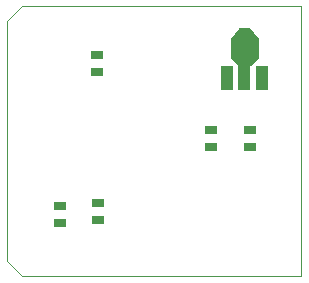
<source format=gtp>
G75*
%MOIN*%
%OFA0B0*%
%FSLAX25Y25*%
%IPPOS*%
%LPD*%
%AMOC8*
5,1,8,0,0,1.08239X$1,22.5*
%
%ADD10C,0.00000*%
%ADD11R,0.03937X0.03150*%
%ADD12R,0.03937X0.08268*%
%ADD13C,0.00039*%
D10*
X0027595Y0028433D02*
X0027595Y0108433D01*
X0032595Y0113433D01*
X0125595Y0113433D01*
X0125595Y0023433D01*
X0032595Y0023433D01*
X0027595Y0028433D01*
D11*
X0045085Y0041079D03*
X0045085Y0046787D03*
X0057965Y0047737D03*
X0057965Y0042029D03*
X0095595Y0066579D03*
X0095595Y0072287D03*
X0108595Y0072287D03*
X0108595Y0066579D03*
X0057595Y0091579D03*
X0057595Y0097287D03*
D12*
X0100690Y0089559D03*
X0106595Y0089559D03*
X0112501Y0089559D03*
D13*
X0108564Y0093693D02*
X0104627Y0093693D01*
X0102068Y0096449D01*
X0102068Y0102551D01*
X0105020Y0106094D01*
X0108170Y0106094D01*
X0111123Y0102551D01*
X0111123Y0096449D01*
X0108564Y0093693D01*
X0108573Y0093703D02*
X0104617Y0093703D01*
X0104582Y0093741D02*
X0108608Y0093741D01*
X0108643Y0093779D02*
X0104547Y0093779D01*
X0104512Y0093817D02*
X0108679Y0093817D01*
X0108714Y0093855D02*
X0104477Y0093855D01*
X0104441Y0093892D02*
X0108749Y0093892D01*
X0108784Y0093930D02*
X0104406Y0093930D01*
X0104371Y0093968D02*
X0108819Y0093968D01*
X0108854Y0094006D02*
X0104336Y0094006D01*
X0104301Y0094044D02*
X0108890Y0094044D01*
X0108925Y0094082D02*
X0104265Y0094082D01*
X0104230Y0094120D02*
X0108960Y0094120D01*
X0108995Y0094158D02*
X0104195Y0094158D01*
X0104160Y0094196D02*
X0109030Y0094196D01*
X0109066Y0094233D02*
X0104125Y0094233D01*
X0104090Y0094271D02*
X0109101Y0094271D01*
X0109136Y0094309D02*
X0104054Y0094309D01*
X0104019Y0094347D02*
X0109171Y0094347D01*
X0109206Y0094385D02*
X0103984Y0094385D01*
X0103949Y0094423D02*
X0109241Y0094423D01*
X0109277Y0094461D02*
X0103914Y0094461D01*
X0103879Y0094499D02*
X0109312Y0094499D01*
X0109347Y0094536D02*
X0103843Y0094536D01*
X0103808Y0094574D02*
X0109382Y0094574D01*
X0109417Y0094612D02*
X0103773Y0094612D01*
X0103738Y0094650D02*
X0109452Y0094650D01*
X0109488Y0094688D02*
X0103703Y0094688D01*
X0103667Y0094726D02*
X0109523Y0094726D01*
X0109558Y0094764D02*
X0103632Y0094764D01*
X0103597Y0094802D02*
X0109593Y0094802D01*
X0109628Y0094840D02*
X0103562Y0094840D01*
X0103527Y0094877D02*
X0109664Y0094877D01*
X0109699Y0094915D02*
X0103492Y0094915D01*
X0103456Y0094953D02*
X0109734Y0094953D01*
X0109769Y0094991D02*
X0103421Y0094991D01*
X0103386Y0095029D02*
X0109804Y0095029D01*
X0109839Y0095067D02*
X0103351Y0095067D01*
X0103316Y0095105D02*
X0109875Y0095105D01*
X0109910Y0095143D02*
X0103281Y0095143D01*
X0103245Y0095180D02*
X0109945Y0095180D01*
X0109980Y0095218D02*
X0103210Y0095218D01*
X0103175Y0095256D02*
X0110015Y0095256D01*
X0110050Y0095294D02*
X0103140Y0095294D01*
X0103105Y0095332D02*
X0110086Y0095332D01*
X0110121Y0095370D02*
X0103069Y0095370D01*
X0103034Y0095408D02*
X0110156Y0095408D01*
X0110191Y0095446D02*
X0102999Y0095446D01*
X0102964Y0095483D02*
X0110226Y0095483D01*
X0110262Y0095521D02*
X0102929Y0095521D01*
X0102894Y0095559D02*
X0110297Y0095559D01*
X0110332Y0095597D02*
X0102858Y0095597D01*
X0102823Y0095635D02*
X0110367Y0095635D01*
X0110402Y0095673D02*
X0102788Y0095673D01*
X0102753Y0095711D02*
X0110437Y0095711D01*
X0110473Y0095749D02*
X0102718Y0095749D01*
X0102683Y0095787D02*
X0110508Y0095787D01*
X0110543Y0095824D02*
X0102647Y0095824D01*
X0102612Y0095862D02*
X0110578Y0095862D01*
X0110613Y0095900D02*
X0102577Y0095900D01*
X0102542Y0095938D02*
X0110648Y0095938D01*
X0110684Y0095976D02*
X0102507Y0095976D01*
X0102472Y0096014D02*
X0110719Y0096014D01*
X0110754Y0096052D02*
X0102436Y0096052D01*
X0102401Y0096090D02*
X0110789Y0096090D01*
X0110824Y0096127D02*
X0102366Y0096127D01*
X0102331Y0096165D02*
X0110859Y0096165D01*
X0110895Y0096203D02*
X0102296Y0096203D01*
X0102260Y0096241D02*
X0110930Y0096241D01*
X0110965Y0096279D02*
X0102225Y0096279D01*
X0102190Y0096317D02*
X0111000Y0096317D01*
X0111035Y0096355D02*
X0102155Y0096355D01*
X0102120Y0096393D02*
X0111071Y0096393D01*
X0111106Y0096431D02*
X0102085Y0096431D01*
X0102068Y0096468D02*
X0111123Y0096468D01*
X0111123Y0096506D02*
X0102068Y0096506D01*
X0102068Y0096544D02*
X0111123Y0096544D01*
X0111123Y0096582D02*
X0102068Y0096582D01*
X0102068Y0096620D02*
X0111123Y0096620D01*
X0111123Y0096658D02*
X0102068Y0096658D01*
X0102068Y0096696D02*
X0111123Y0096696D01*
X0111123Y0096734D02*
X0102068Y0096734D01*
X0102068Y0096771D02*
X0111123Y0096771D01*
X0111123Y0096809D02*
X0102068Y0096809D01*
X0102068Y0096847D02*
X0111123Y0096847D01*
X0111123Y0096885D02*
X0102068Y0096885D01*
X0102068Y0096923D02*
X0111123Y0096923D01*
X0111123Y0096961D02*
X0102068Y0096961D01*
X0102068Y0096999D02*
X0111123Y0096999D01*
X0111123Y0097037D02*
X0102068Y0097037D01*
X0102068Y0097075D02*
X0111123Y0097075D01*
X0111123Y0097112D02*
X0102068Y0097112D01*
X0102068Y0097150D02*
X0111123Y0097150D01*
X0111123Y0097188D02*
X0102068Y0097188D01*
X0102068Y0097226D02*
X0111123Y0097226D01*
X0111123Y0097264D02*
X0102068Y0097264D01*
X0102068Y0097302D02*
X0111123Y0097302D01*
X0111123Y0097340D02*
X0102068Y0097340D01*
X0102068Y0097378D02*
X0111123Y0097378D01*
X0111123Y0097415D02*
X0102068Y0097415D01*
X0102068Y0097453D02*
X0111123Y0097453D01*
X0111123Y0097491D02*
X0102068Y0097491D01*
X0102068Y0097529D02*
X0111123Y0097529D01*
X0111123Y0097567D02*
X0102068Y0097567D01*
X0102068Y0097605D02*
X0111123Y0097605D01*
X0111123Y0097643D02*
X0102068Y0097643D01*
X0102068Y0097681D02*
X0111123Y0097681D01*
X0111123Y0097718D02*
X0102068Y0097718D01*
X0102068Y0097756D02*
X0111123Y0097756D01*
X0111123Y0097794D02*
X0102068Y0097794D01*
X0102068Y0097832D02*
X0111123Y0097832D01*
X0111123Y0097870D02*
X0102068Y0097870D01*
X0102068Y0097908D02*
X0111123Y0097908D01*
X0111123Y0097946D02*
X0102068Y0097946D01*
X0102068Y0097984D02*
X0111123Y0097984D01*
X0111123Y0098022D02*
X0102068Y0098022D01*
X0102068Y0098059D02*
X0111123Y0098059D01*
X0111123Y0098097D02*
X0102068Y0098097D01*
X0102068Y0098135D02*
X0111123Y0098135D01*
X0111123Y0098173D02*
X0102068Y0098173D01*
X0102068Y0098211D02*
X0111123Y0098211D01*
X0111123Y0098249D02*
X0102068Y0098249D01*
X0102068Y0098287D02*
X0111123Y0098287D01*
X0111123Y0098325D02*
X0102068Y0098325D01*
X0102068Y0098362D02*
X0111123Y0098362D01*
X0111123Y0098400D02*
X0102068Y0098400D01*
X0102068Y0098438D02*
X0111123Y0098438D01*
X0111123Y0098476D02*
X0102068Y0098476D01*
X0102068Y0098514D02*
X0111123Y0098514D01*
X0111123Y0098552D02*
X0102068Y0098552D01*
X0102068Y0098590D02*
X0111123Y0098590D01*
X0111123Y0098628D02*
X0102068Y0098628D01*
X0102068Y0098666D02*
X0111123Y0098666D01*
X0111123Y0098703D02*
X0102068Y0098703D01*
X0102068Y0098741D02*
X0111123Y0098741D01*
X0111123Y0098779D02*
X0102068Y0098779D01*
X0102068Y0098817D02*
X0111123Y0098817D01*
X0111123Y0098855D02*
X0102068Y0098855D01*
X0102068Y0098893D02*
X0111123Y0098893D01*
X0111123Y0098931D02*
X0102068Y0098931D01*
X0102068Y0098969D02*
X0111123Y0098969D01*
X0111123Y0099006D02*
X0102068Y0099006D01*
X0102068Y0099044D02*
X0111123Y0099044D01*
X0111123Y0099082D02*
X0102068Y0099082D01*
X0102068Y0099120D02*
X0111123Y0099120D01*
X0111123Y0099158D02*
X0102068Y0099158D01*
X0102068Y0099196D02*
X0111123Y0099196D01*
X0111123Y0099234D02*
X0102068Y0099234D01*
X0102068Y0099272D02*
X0111123Y0099272D01*
X0111123Y0099310D02*
X0102068Y0099310D01*
X0102068Y0099347D02*
X0111123Y0099347D01*
X0111123Y0099385D02*
X0102068Y0099385D01*
X0102068Y0099423D02*
X0111123Y0099423D01*
X0111123Y0099461D02*
X0102068Y0099461D01*
X0102068Y0099499D02*
X0111123Y0099499D01*
X0111123Y0099537D02*
X0102068Y0099537D01*
X0102068Y0099575D02*
X0111123Y0099575D01*
X0111123Y0099613D02*
X0102068Y0099613D01*
X0102068Y0099650D02*
X0111123Y0099650D01*
X0111123Y0099688D02*
X0102068Y0099688D01*
X0102068Y0099726D02*
X0111123Y0099726D01*
X0111123Y0099764D02*
X0102068Y0099764D01*
X0102068Y0099802D02*
X0111123Y0099802D01*
X0111123Y0099840D02*
X0102068Y0099840D01*
X0102068Y0099878D02*
X0111123Y0099878D01*
X0111123Y0099916D02*
X0102068Y0099916D01*
X0102068Y0099953D02*
X0111123Y0099953D01*
X0111123Y0099991D02*
X0102068Y0099991D01*
X0102068Y0100029D02*
X0111123Y0100029D01*
X0111123Y0100067D02*
X0102068Y0100067D01*
X0102068Y0100105D02*
X0111123Y0100105D01*
X0111123Y0100143D02*
X0102068Y0100143D01*
X0102068Y0100181D02*
X0111123Y0100181D01*
X0111123Y0100219D02*
X0102068Y0100219D01*
X0102068Y0100257D02*
X0111123Y0100257D01*
X0111123Y0100294D02*
X0102068Y0100294D01*
X0102068Y0100332D02*
X0111123Y0100332D01*
X0111123Y0100370D02*
X0102068Y0100370D01*
X0102068Y0100408D02*
X0111123Y0100408D01*
X0111123Y0100446D02*
X0102068Y0100446D01*
X0102068Y0100484D02*
X0111123Y0100484D01*
X0111123Y0100522D02*
X0102068Y0100522D01*
X0102068Y0100560D02*
X0111123Y0100560D01*
X0111123Y0100597D02*
X0102068Y0100597D01*
X0102068Y0100635D02*
X0111123Y0100635D01*
X0111123Y0100673D02*
X0102068Y0100673D01*
X0102068Y0100711D02*
X0111123Y0100711D01*
X0111123Y0100749D02*
X0102068Y0100749D01*
X0102068Y0100787D02*
X0111123Y0100787D01*
X0111123Y0100825D02*
X0102068Y0100825D01*
X0102068Y0100863D02*
X0111123Y0100863D01*
X0111123Y0100901D02*
X0102068Y0100901D01*
X0102068Y0100938D02*
X0111123Y0100938D01*
X0111123Y0100976D02*
X0102068Y0100976D01*
X0102068Y0101014D02*
X0111123Y0101014D01*
X0111123Y0101052D02*
X0102068Y0101052D01*
X0102068Y0101090D02*
X0111123Y0101090D01*
X0111123Y0101128D02*
X0102068Y0101128D01*
X0102068Y0101166D02*
X0111123Y0101166D01*
X0111123Y0101204D02*
X0102068Y0101204D01*
X0102068Y0101241D02*
X0111123Y0101241D01*
X0111123Y0101279D02*
X0102068Y0101279D01*
X0102068Y0101317D02*
X0111123Y0101317D01*
X0111123Y0101355D02*
X0102068Y0101355D01*
X0102068Y0101393D02*
X0111123Y0101393D01*
X0111123Y0101431D02*
X0102068Y0101431D01*
X0102068Y0101469D02*
X0111123Y0101469D01*
X0111123Y0101507D02*
X0102068Y0101507D01*
X0102068Y0101545D02*
X0111123Y0101545D01*
X0111123Y0101582D02*
X0102068Y0101582D01*
X0102068Y0101620D02*
X0111123Y0101620D01*
X0111123Y0101658D02*
X0102068Y0101658D01*
X0102068Y0101696D02*
X0111123Y0101696D01*
X0111123Y0101734D02*
X0102068Y0101734D01*
X0102068Y0101772D02*
X0111123Y0101772D01*
X0111123Y0101810D02*
X0102068Y0101810D01*
X0102068Y0101848D02*
X0111123Y0101848D01*
X0111123Y0101885D02*
X0102068Y0101885D01*
X0102068Y0101923D02*
X0111123Y0101923D01*
X0111123Y0101961D02*
X0102068Y0101961D01*
X0102068Y0101999D02*
X0111123Y0101999D01*
X0111123Y0102037D02*
X0102068Y0102037D01*
X0102068Y0102075D02*
X0111123Y0102075D01*
X0111123Y0102113D02*
X0102068Y0102113D01*
X0102068Y0102151D02*
X0111123Y0102151D01*
X0111123Y0102188D02*
X0102068Y0102188D01*
X0102068Y0102226D02*
X0111123Y0102226D01*
X0111123Y0102264D02*
X0102068Y0102264D01*
X0102068Y0102302D02*
X0111123Y0102302D01*
X0111123Y0102340D02*
X0102068Y0102340D01*
X0102068Y0102378D02*
X0111123Y0102378D01*
X0111123Y0102416D02*
X0102068Y0102416D01*
X0102068Y0102454D02*
X0111123Y0102454D01*
X0111123Y0102492D02*
X0102068Y0102492D01*
X0102068Y0102529D02*
X0111123Y0102529D01*
X0111109Y0102567D02*
X0102081Y0102567D01*
X0102113Y0102605D02*
X0111078Y0102605D01*
X0111046Y0102643D02*
X0102144Y0102643D01*
X0102176Y0102681D02*
X0111015Y0102681D01*
X0110983Y0102719D02*
X0102207Y0102719D01*
X0102239Y0102757D02*
X0110951Y0102757D01*
X0110920Y0102795D02*
X0102270Y0102795D01*
X0102302Y0102832D02*
X0110888Y0102832D01*
X0110857Y0102870D02*
X0102334Y0102870D01*
X0102365Y0102908D02*
X0110825Y0102908D01*
X0110794Y0102946D02*
X0102397Y0102946D01*
X0102428Y0102984D02*
X0110762Y0102984D01*
X0110730Y0103022D02*
X0102460Y0103022D01*
X0102491Y0103060D02*
X0110699Y0103060D01*
X0110667Y0103098D02*
X0102523Y0103098D01*
X0102555Y0103136D02*
X0110636Y0103136D01*
X0110604Y0103173D02*
X0102586Y0103173D01*
X0102618Y0103211D02*
X0110573Y0103211D01*
X0110541Y0103249D02*
X0102649Y0103249D01*
X0102681Y0103287D02*
X0110509Y0103287D01*
X0110478Y0103325D02*
X0102712Y0103325D01*
X0102744Y0103363D02*
X0110446Y0103363D01*
X0110415Y0103401D02*
X0102776Y0103401D01*
X0102807Y0103439D02*
X0110383Y0103439D01*
X0110352Y0103476D02*
X0102839Y0103476D01*
X0102870Y0103514D02*
X0110320Y0103514D01*
X0110288Y0103552D02*
X0102902Y0103552D01*
X0102933Y0103590D02*
X0110257Y0103590D01*
X0110225Y0103628D02*
X0102965Y0103628D01*
X0102996Y0103666D02*
X0110194Y0103666D01*
X0110162Y0103704D02*
X0103028Y0103704D01*
X0103060Y0103742D02*
X0110131Y0103742D01*
X0110099Y0103780D02*
X0103091Y0103780D01*
X0103123Y0103817D02*
X0110068Y0103817D01*
X0110036Y0103855D02*
X0103154Y0103855D01*
X0103186Y0103893D02*
X0110004Y0103893D01*
X0109973Y0103931D02*
X0103217Y0103931D01*
X0103249Y0103969D02*
X0109941Y0103969D01*
X0109910Y0104007D02*
X0103281Y0104007D01*
X0103312Y0104045D02*
X0109878Y0104045D01*
X0109847Y0104083D02*
X0103344Y0104083D01*
X0103375Y0104120D02*
X0109815Y0104120D01*
X0109783Y0104158D02*
X0103407Y0104158D01*
X0103438Y0104196D02*
X0109752Y0104196D01*
X0109720Y0104234D02*
X0103470Y0104234D01*
X0103502Y0104272D02*
X0109689Y0104272D01*
X0109657Y0104310D02*
X0103533Y0104310D01*
X0103565Y0104348D02*
X0109626Y0104348D01*
X0109594Y0104386D02*
X0103596Y0104386D01*
X0103628Y0104423D02*
X0109562Y0104423D01*
X0109531Y0104461D02*
X0103659Y0104461D01*
X0103691Y0104499D02*
X0109499Y0104499D01*
X0109468Y0104537D02*
X0103723Y0104537D01*
X0103754Y0104575D02*
X0109436Y0104575D01*
X0109405Y0104613D02*
X0103786Y0104613D01*
X0103817Y0104651D02*
X0109373Y0104651D01*
X0109341Y0104689D02*
X0103849Y0104689D01*
X0103880Y0104727D02*
X0109310Y0104727D01*
X0109278Y0104764D02*
X0103912Y0104764D01*
X0103944Y0104802D02*
X0109247Y0104802D01*
X0109215Y0104840D02*
X0103975Y0104840D01*
X0104007Y0104878D02*
X0109184Y0104878D01*
X0109152Y0104916D02*
X0104038Y0104916D01*
X0104070Y0104954D02*
X0109120Y0104954D01*
X0109089Y0104992D02*
X0104101Y0104992D01*
X0104133Y0105030D02*
X0109057Y0105030D01*
X0109026Y0105067D02*
X0104164Y0105067D01*
X0104196Y0105105D02*
X0108994Y0105105D01*
X0108963Y0105143D02*
X0104228Y0105143D01*
X0104259Y0105181D02*
X0108931Y0105181D01*
X0108900Y0105219D02*
X0104291Y0105219D01*
X0104322Y0105257D02*
X0108868Y0105257D01*
X0108836Y0105295D02*
X0104354Y0105295D01*
X0104385Y0105333D02*
X0108805Y0105333D01*
X0108773Y0105371D02*
X0104417Y0105371D01*
X0104449Y0105408D02*
X0108742Y0105408D01*
X0108710Y0105446D02*
X0104480Y0105446D01*
X0104512Y0105484D02*
X0108679Y0105484D01*
X0108647Y0105522D02*
X0104543Y0105522D01*
X0104575Y0105560D02*
X0108615Y0105560D01*
X0108584Y0105598D02*
X0104606Y0105598D01*
X0104638Y0105636D02*
X0108552Y0105636D01*
X0108521Y0105674D02*
X0104670Y0105674D01*
X0104701Y0105711D02*
X0108489Y0105711D01*
X0108458Y0105749D02*
X0104733Y0105749D01*
X0104764Y0105787D02*
X0108426Y0105787D01*
X0108394Y0105825D02*
X0104796Y0105825D01*
X0104827Y0105863D02*
X0108363Y0105863D01*
X0108331Y0105901D02*
X0104859Y0105901D01*
X0104891Y0105939D02*
X0108300Y0105939D01*
X0108268Y0105977D02*
X0104922Y0105977D01*
X0104954Y0106015D02*
X0108237Y0106015D01*
X0108205Y0106052D02*
X0104985Y0106052D01*
X0105017Y0106090D02*
X0108173Y0106090D01*
M02*

</source>
